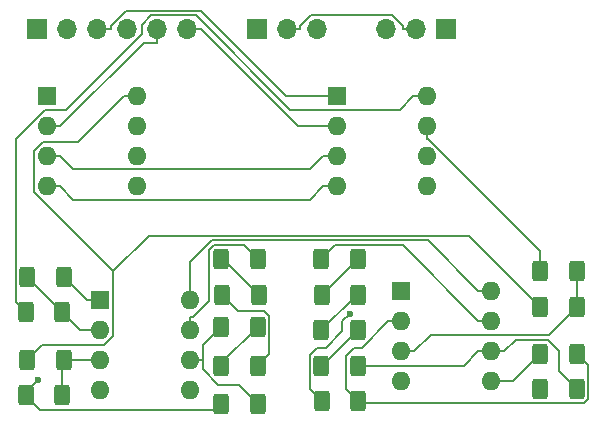
<source format=gbr>
%TF.GenerationSoftware,KiCad,Pcbnew,8.0.6*%
%TF.CreationDate,2024-11-22T18:40:36+01:00*%
%TF.ProjectId,+-10v dac,2b2d3130-7620-4646-9163-2e6b69636164,rev?*%
%TF.SameCoordinates,Original*%
%TF.FileFunction,Copper,L1,Top*%
%TF.FilePolarity,Positive*%
%FSLAX46Y46*%
G04 Gerber Fmt 4.6, Leading zero omitted, Abs format (unit mm)*
G04 Created by KiCad (PCBNEW 8.0.6) date 2024-11-22 18:40:36*
%MOMM*%
%LPD*%
G01*
G04 APERTURE LIST*
G04 Aperture macros list*
%AMRoundRect*
0 Rectangle with rounded corners*
0 $1 Rounding radius*
0 $2 $3 $4 $5 $6 $7 $8 $9 X,Y pos of 4 corners*
0 Add a 4 corners polygon primitive as box body*
4,1,4,$2,$3,$4,$5,$6,$7,$8,$9,$2,$3,0*
0 Add four circle primitives for the rounded corners*
1,1,$1+$1,$2,$3*
1,1,$1+$1,$4,$5*
1,1,$1+$1,$6,$7*
1,1,$1+$1,$8,$9*
0 Add four rect primitives between the rounded corners*
20,1,$1+$1,$2,$3,$4,$5,0*
20,1,$1+$1,$4,$5,$6,$7,0*
20,1,$1+$1,$6,$7,$8,$9,0*
20,1,$1+$1,$8,$9,$2,$3,0*%
G04 Aperture macros list end*
%TA.AperFunction,ComponentPad*%
%ADD10R,1.600000X1.600000*%
%TD*%
%TA.AperFunction,ComponentPad*%
%ADD11O,1.600000X1.600000*%
%TD*%
%TA.AperFunction,SMDPad,CuDef*%
%ADD12RoundRect,0.250000X-0.400000X-0.625000X0.400000X-0.625000X0.400000X0.625000X-0.400000X0.625000X0*%
%TD*%
%TA.AperFunction,ComponentPad*%
%ADD13R,1.700000X1.700000*%
%TD*%
%TA.AperFunction,ComponentPad*%
%ADD14O,1.700000X1.700000*%
%TD*%
%TA.AperFunction,ViaPad*%
%ADD15C,0.600000*%
%TD*%
%TA.AperFunction,Conductor*%
%ADD16C,0.200000*%
%TD*%
G04 APERTURE END LIST*
D10*
%TO.P,U4,1*%
%TO.N,Net-(U4B-+)*%
X136700000Y-94200000D03*
D11*
%TO.P,U4,2,-*%
%TO.N,Net-(U4A--)*%
X136700000Y-96740000D03*
%TO.P,U4,3,+*%
%TO.N,Net-(U4A-+)*%
X136700000Y-99280000D03*
%TO.P,U4,4,V-*%
%TO.N,-15v*%
X136700000Y-101820000D03*
%TO.P,U4,5,+*%
%TO.N,Net-(U4B-+)*%
X144320000Y-101820000D03*
%TO.P,U4,6,-*%
%TO.N,Net-(U4B--)*%
X144320000Y-99280000D03*
%TO.P,U4,7*%
%TO.N,output2*%
X144320000Y-96740000D03*
%TO.P,U4,8,V+*%
%TO.N,+15v*%
X144320000Y-94200000D03*
%TD*%
D10*
%TO.P,U3,1,Vdd*%
%TO.N,5v*%
X131200000Y-77700000D03*
D11*
%TO.P,U3,2,~{CS}*%
%TO.N,CS2*%
X131200000Y-80240000D03*
%TO.P,U3,3,SCK*%
%TO.N,SCK*%
X131200000Y-82780000D03*
%TO.P,U3,4,SDI*%
%TO.N,SDI*%
X131200000Y-85320000D03*
%TO.P,U3,5,~{LDAC}*%
%TO.N,unconnected-(U3-~{LDAC}-Pad5)*%
X138820000Y-85320000D03*
%TO.P,U3,6,VB*%
%TO.N,DACOUT2*%
X138820000Y-82780000D03*
%TO.P,U3,7,Vss*%
%TO.N,GND*%
X138820000Y-80240000D03*
%TO.P,U3,8,VA*%
%TO.N,DACOUT1*%
X138820000Y-77700000D03*
%TD*%
D10*
%TO.P,U2,1*%
%TO.N,Net-(U2B-+)*%
X111200000Y-94960000D03*
D11*
%TO.P,U2,2,-*%
%TO.N,Net-(U2A--)*%
X111200000Y-97500000D03*
%TO.P,U2,3,+*%
%TO.N,Net-(U2A-+)*%
X111200000Y-100040000D03*
%TO.P,U2,4,V-*%
%TO.N,-15v*%
X111200000Y-102580000D03*
%TO.P,U2,5,+*%
%TO.N,Net-(U2B-+)*%
X118820000Y-102580000D03*
%TO.P,U2,6,-*%
%TO.N,Net-(U2B--)*%
X118820000Y-100040000D03*
%TO.P,U2,7*%
%TO.N,output1*%
X118820000Y-97500000D03*
%TO.P,U2,8,V+*%
%TO.N,+15v*%
X118820000Y-94960000D03*
%TD*%
D10*
%TO.P,U1,1,Vdd*%
%TO.N,5v*%
X106700000Y-77700000D03*
D11*
%TO.P,U1,2,~{CS}*%
%TO.N,CS1*%
X106700000Y-80240000D03*
%TO.P,U1,3,SCK*%
%TO.N,SCK*%
X106700000Y-82780000D03*
%TO.P,U1,4,SDI*%
%TO.N,SDI*%
X106700000Y-85320000D03*
%TO.P,U1,5,~{LDAC}*%
%TO.N,unconnected-(U1-~{LDAC}-Pad5)*%
X114320000Y-85320000D03*
%TO.P,U1,6,VB*%
%TO.N,unconnected-(U1-VB-Pad6)*%
X114320000Y-82780000D03*
%TO.P,U1,7,Vss*%
%TO.N,GND*%
X114320000Y-80240000D03*
%TO.P,U1,8,VA*%
%TO.N,Vref1*%
X114320000Y-77700000D03*
%TD*%
D12*
%TO.P,R18,1*%
%TO.N,Net-(R17-Pad2)*%
X129900000Y-100500000D03*
%TO.P,R18,2*%
%TO.N,Net-(U4B--)*%
X133000000Y-100500000D03*
%TD*%
%TO.P,R17,1*%
%TO.N,Net-(R16-Pad2)*%
X129900000Y-97500000D03*
%TO.P,R17,2*%
%TO.N,Net-(R17-Pad2)*%
X133000000Y-97500000D03*
%TD*%
%TO.P,R16,1*%
%TO.N,Net-(R15-Pad2)*%
X129950000Y-94500000D03*
%TO.P,R16,2*%
%TO.N,Net-(R16-Pad2)*%
X133050000Y-94500000D03*
%TD*%
%TO.P,R15,1*%
%TO.N,output2*%
X129900000Y-91500000D03*
%TO.P,R15,2*%
%TO.N,Net-(R15-Pad2)*%
X133000000Y-91500000D03*
%TD*%
%TO.P,R14,1*%
%TO.N,unconnected-(R14-Pad1)*%
X148450000Y-102500000D03*
%TO.P,R14,2*%
%TO.N,Net-(U4B--)*%
X151550000Y-102500000D03*
%TD*%
%TO.P,R13,1*%
%TO.N,Net-(U4B-+)*%
X148450000Y-99500000D03*
%TO.P,R13,2*%
%TO.N,Net-(U4A--)*%
X151550000Y-99500000D03*
%TD*%
%TO.P,R12,1*%
%TO.N,DACOUT2*%
X129950000Y-103500000D03*
%TO.P,R12,2*%
%TO.N,Net-(U4A--)*%
X133050000Y-103500000D03*
%TD*%
%TO.P,R11,1*%
%TO.N,Vref1*%
X148450000Y-95500000D03*
%TO.P,R11,2*%
%TO.N,Net-(U4A-+)*%
X151550000Y-95500000D03*
%TD*%
%TO.P,R10,1*%
%TO.N,GND*%
X148450000Y-92500000D03*
%TO.P,R10,2*%
%TO.N,Net-(U4A-+)*%
X151550000Y-92500000D03*
%TD*%
%TO.P,R9,1*%
%TO.N,Net-(R8-Pad2)*%
X121450000Y-91500000D03*
%TO.P,R9,2*%
%TO.N,output1*%
X124550000Y-91500000D03*
%TD*%
%TO.P,R8,1*%
%TO.N,Net-(R7-Pad2)*%
X121500000Y-94500000D03*
%TO.P,R8,2*%
%TO.N,Net-(R8-Pad2)*%
X124600000Y-94500000D03*
%TD*%
%TO.P,R7,1*%
%TO.N,Net-(R6-Pad2)*%
X121450000Y-100500000D03*
%TO.P,R7,2*%
%TO.N,Net-(R7-Pad2)*%
X124550000Y-100500000D03*
%TD*%
%TO.P,R6,1*%
%TO.N,Net-(U2B--)*%
X121450000Y-97210000D03*
%TO.P,R6,2*%
%TO.N,Net-(R6-Pad2)*%
X124550000Y-97210000D03*
%TD*%
%TO.P,R5,1*%
%TO.N,GND*%
X121450000Y-103710000D03*
%TO.P,R5,2*%
%TO.N,Net-(U2B--)*%
X124550000Y-103710000D03*
%TD*%
%TO.P,R4,1*%
%TO.N,Net-(U2A--)*%
X105000000Y-93000000D03*
%TO.P,R4,2*%
%TO.N,Net-(U2B-+)*%
X108100000Y-93000000D03*
%TD*%
%TO.P,R3,1*%
%TO.N,GND*%
X104900000Y-103000000D03*
%TO.P,R3,2*%
%TO.N,Net-(U2A-+)*%
X108000000Y-103000000D03*
%TD*%
%TO.P,R2,1*%
%TO.N,DACOUT1*%
X104900000Y-96000000D03*
%TO.P,R2,2*%
%TO.N,Net-(U2A--)*%
X108000000Y-96000000D03*
%TD*%
%TO.P,R1,1*%
%TO.N,Vref1*%
X105000000Y-100000000D03*
%TO.P,R1,2*%
%TO.N,Net-(U2A-+)*%
X108100000Y-100000000D03*
%TD*%
D13*
%TO.P,J3,1,Pin_1*%
%TO.N,output1*%
X140500000Y-72000000D03*
D14*
%TO.P,J3,2,Pin_2*%
%TO.N,GND*%
X137960000Y-72000000D03*
%TO.P,J3,3,Pin_3*%
%TO.N,output2*%
X135420000Y-72000000D03*
%TD*%
D13*
%TO.P,J2,1,Pin_1*%
%TO.N,SCK*%
X105840000Y-72000000D03*
D14*
%TO.P,J2,2,Pin_2*%
%TO.N,SDI*%
X108380000Y-72000000D03*
%TO.P,J2,3,Pin_3*%
%TO.N,5v*%
X110920000Y-72000000D03*
%TO.P,J2,4,Pin_4*%
%TO.N,GND*%
X113460000Y-72000000D03*
%TO.P,J2,5,Pin_5*%
%TO.N,CS1*%
X116000000Y-72000000D03*
%TO.P,J2,6,Pin_6*%
%TO.N,CS2*%
X118540000Y-72000000D03*
%TD*%
D13*
%TO.P,J1,1,Pin_1*%
%TO.N,+15v*%
X124460000Y-72000000D03*
D14*
%TO.P,J1,2,Pin_2*%
%TO.N,GND*%
X127000000Y-72000000D03*
%TO.P,J1,3,Pin_3*%
%TO.N,-15v*%
X129540000Y-72000000D03*
%TD*%
D15*
%TO.N,DACOUT2*%
X132329800Y-96090800D03*
%TO.N,GND*%
X105896800Y-101754900D03*
%TD*%
D16*
%TO.N,Net-(R17-Pad2)*%
X130000000Y-100500000D02*
X129900000Y-100500000D01*
X133000000Y-97500000D02*
X130000000Y-100500000D01*
%TO.N,Net-(R16-Pad2)*%
X132900000Y-94500000D02*
X133050000Y-94500000D01*
X129900000Y-97500000D02*
X132900000Y-94500000D01*
%TO.N,Net-(R15-Pad2)*%
X130000000Y-94500000D02*
X129950000Y-94500000D01*
X133000000Y-91500000D02*
X130000000Y-94500000D01*
%TO.N,Net-(U4B--)*%
X146405400Y-98296300D02*
X145421700Y-99280000D01*
X149075800Y-98296300D02*
X146405400Y-98296300D01*
X150000000Y-99220500D02*
X149075800Y-98296300D01*
X150000000Y-100950000D02*
X150000000Y-99220500D01*
X151550000Y-102500000D02*
X150000000Y-100950000D01*
X144320000Y-99280000D02*
X145421700Y-99280000D01*
X141998300Y-100500000D02*
X143218300Y-99280000D01*
X133000000Y-100500000D02*
X141998300Y-100500000D01*
X144320000Y-99280000D02*
X143218300Y-99280000D01*
%TO.N,Net-(U4B-+)*%
X146130000Y-101820000D02*
X144320000Y-101820000D01*
X148450000Y-99500000D02*
X146130000Y-101820000D01*
%TO.N,Net-(U4A--)*%
X132003900Y-102453900D02*
X133050000Y-103500000D01*
X132003900Y-99689600D02*
X132003900Y-102453900D01*
X132693500Y-99000000D02*
X132003900Y-99689600D01*
X133338300Y-99000000D02*
X132693500Y-99000000D01*
X135598300Y-96740000D02*
X133338300Y-99000000D01*
X136700000Y-96740000D02*
X135598300Y-96740000D01*
X133231500Y-103681500D02*
X133050000Y-103500000D01*
X152177500Y-103681500D02*
X133231500Y-103681500D01*
X152530700Y-103328300D02*
X152177500Y-103681500D01*
X152530700Y-100480700D02*
X152530700Y-103328300D01*
X151550000Y-99500000D02*
X152530700Y-100480700D01*
%TO.N,DACOUT2*%
X131703900Y-96716700D02*
X132329800Y-96090800D01*
X131703900Y-97577300D02*
X131703900Y-96716700D01*
X130281200Y-99000000D02*
X131703900Y-97577300D01*
X129548400Y-99000000D02*
X130281200Y-99000000D01*
X128920000Y-99628400D02*
X129548400Y-99000000D01*
X128920000Y-102470000D02*
X128920000Y-99628400D01*
X129950000Y-103500000D02*
X128920000Y-102470000D01*
%TO.N,output2*%
X131085700Y-90314300D02*
X129900000Y-91500000D01*
X136792600Y-90314300D02*
X131085700Y-90314300D01*
X143218300Y-96740000D02*
X136792600Y-90314300D01*
X144320000Y-96740000D02*
X143218300Y-96740000D01*
%TO.N,output1*%
X118820000Y-97500000D02*
X118820000Y-96398300D01*
X123359100Y-90309100D02*
X124550000Y-91500000D01*
X120822900Y-90309100D02*
X123359100Y-90309100D01*
X120404700Y-90727300D02*
X120822900Y-90309100D01*
X120404700Y-95041900D02*
X120404700Y-90727300D01*
X119048300Y-96398300D02*
X120404700Y-95041900D01*
X118820000Y-96398300D02*
X119048300Y-96398300D01*
%TO.N,SCK*%
X106700000Y-82780000D02*
X107801700Y-82780000D01*
X131200000Y-82780000D02*
X130098300Y-82780000D01*
X108912900Y-83891200D02*
X107801700Y-82780000D01*
X128987100Y-83891200D02*
X108912900Y-83891200D01*
X130098300Y-82780000D02*
X128987100Y-83891200D01*
%TO.N,CS1*%
X106700000Y-80240000D02*
X107801700Y-80240000D01*
X116000000Y-72000000D02*
X116000000Y-73151700D01*
X114890000Y-73151700D02*
X116000000Y-73151700D01*
X107801700Y-80240000D02*
X114890000Y-73151700D01*
%TO.N,5v*%
X110920000Y-72000000D02*
X112071700Y-72000000D01*
X112071700Y-71712100D02*
X112071700Y-72000000D01*
X113342400Y-70441400D02*
X112071700Y-71712100D01*
X119690100Y-70441400D02*
X113342400Y-70441400D01*
X126948700Y-77700000D02*
X119690100Y-70441400D01*
X131200000Y-77700000D02*
X126948700Y-77700000D01*
%TO.N,SDI*%
X106700000Y-85320000D02*
X107801700Y-85320000D01*
X131200000Y-85320000D02*
X130098300Y-85320000D01*
X108916900Y-86435200D02*
X107801700Y-85320000D01*
X128983100Y-86435200D02*
X108916900Y-86435200D01*
X130098300Y-85320000D02*
X128983100Y-86435200D01*
%TO.N,CS2*%
X127931700Y-80240000D02*
X131200000Y-80240000D01*
X119691700Y-72000000D02*
X127931700Y-80240000D01*
X118540000Y-72000000D02*
X119691700Y-72000000D01*
%TO.N,Net-(U4A-+)*%
X139213300Y-97868400D02*
X137801700Y-99280000D01*
X149181600Y-97868400D02*
X139213300Y-97868400D01*
X151550000Y-95500000D02*
X149181600Y-97868400D01*
X136700000Y-99280000D02*
X137801700Y-99280000D01*
X151550000Y-92500000D02*
X151550000Y-95500000D01*
%TO.N,+15v*%
X138922900Y-89904600D02*
X143218300Y-94200000D01*
X120646800Y-89904600D02*
X138922900Y-89904600D01*
X118820000Y-91731400D02*
X120646800Y-89904600D01*
X118820000Y-94960000D02*
X118820000Y-91731400D01*
X144320000Y-94200000D02*
X143218300Y-94200000D01*
%TO.N,Net-(R8-Pad2)*%
X121600000Y-91500000D02*
X121450000Y-91500000D01*
X124600000Y-94500000D02*
X121600000Y-91500000D01*
%TO.N,Net-(R7-Pad2)*%
X122846200Y-95846200D02*
X121500000Y-94500000D01*
X125049300Y-95846200D02*
X122846200Y-95846200D01*
X125521700Y-96318600D02*
X125049300Y-95846200D01*
X125521700Y-99528300D02*
X125521700Y-96318600D01*
X124550000Y-100500000D02*
X125521700Y-99528300D01*
%TO.N,Net-(R6-Pad2)*%
X121450000Y-100310000D02*
X121450000Y-100500000D01*
X124550000Y-97210000D02*
X121450000Y-100310000D01*
%TO.N,Net-(U2B--)*%
X119921700Y-100819200D02*
X119921700Y-100040000D01*
X121207500Y-102105000D02*
X119921700Y-100819200D01*
X122945000Y-102105000D02*
X121207500Y-102105000D01*
X124550000Y-103710000D02*
X122945000Y-102105000D01*
X118820000Y-100040000D02*
X119921700Y-100040000D01*
X119921700Y-98738300D02*
X119921700Y-100040000D01*
X121450000Y-97210000D02*
X119921700Y-98738300D01*
%TO.N,Net-(U2B-+)*%
X108138300Y-93000000D02*
X110098300Y-94960000D01*
X108100000Y-93000000D02*
X108138300Y-93000000D01*
X111200000Y-94960000D02*
X110098300Y-94960000D01*
%TO.N,Net-(U2A--)*%
X108000000Y-96000000D02*
X105000000Y-93000000D01*
X109500000Y-97500000D02*
X108000000Y-96000000D01*
X111200000Y-97500000D02*
X109500000Y-97500000D01*
%TO.N,DACOUT1*%
X136589900Y-78828400D02*
X137718300Y-77700000D01*
X127273600Y-78828400D02*
X136589900Y-78828400D01*
X119288300Y-70843100D02*
X127273600Y-78828400D01*
X115513600Y-70843100D02*
X119288300Y-70843100D01*
X114730000Y-71626700D02*
X115513600Y-70843100D01*
X114730000Y-72394100D02*
X114730000Y-71626700D01*
X108295700Y-78828400D02*
X114730000Y-72394100D01*
X106518700Y-78828400D02*
X108295700Y-78828400D01*
X104027600Y-81319500D02*
X106518700Y-78828400D01*
X104027600Y-95127600D02*
X104027600Y-81319500D01*
X104900000Y-96000000D02*
X104027600Y-95127600D01*
X138820000Y-77700000D02*
X137718300Y-77700000D01*
%TO.N,Vref1*%
X114320000Y-77700000D02*
X113218300Y-77700000D01*
X105564900Y-85774300D02*
X112301700Y-92511100D01*
X105564900Y-82333900D02*
X105564900Y-85774300D01*
X106333000Y-81565800D02*
X105564900Y-82333900D01*
X109352500Y-81565800D02*
X106333000Y-81565800D01*
X113218300Y-77700000D02*
X109352500Y-81565800D01*
X106230000Y-98770000D02*
X105000000Y-100000000D01*
X111490100Y-98770000D02*
X106230000Y-98770000D01*
X112301700Y-97958400D02*
X111490100Y-98770000D01*
X112301700Y-92511100D02*
X112301700Y-97958400D01*
X115322700Y-89490100D02*
X112301700Y-92511100D01*
X142440100Y-89490100D02*
X115322700Y-89490100D01*
X148450000Y-95500000D02*
X142440100Y-89490100D01*
%TO.N,Net-(U2A-+)*%
X111200000Y-100040000D02*
X110098300Y-100040000D01*
X108100000Y-100040000D02*
X110098300Y-100040000D01*
X108100000Y-100000000D02*
X108100000Y-100040000D01*
X108000000Y-100140000D02*
X108000000Y-103000000D01*
X108100000Y-100040000D02*
X108000000Y-100140000D01*
%TO.N,GND*%
X128151700Y-71731500D02*
X128151700Y-72000000D01*
X129055800Y-70827400D02*
X128151700Y-71731500D01*
X135923600Y-70827400D02*
X129055800Y-70827400D01*
X136808300Y-71712100D02*
X135923600Y-70827400D01*
X136808300Y-72000000D02*
X136808300Y-71712100D01*
X137960000Y-72000000D02*
X136808300Y-72000000D01*
X127000000Y-72000000D02*
X128151700Y-72000000D01*
X148450000Y-90834000D02*
X148450000Y-92500000D01*
X138957700Y-81341700D02*
X148450000Y-90834000D01*
X138820000Y-81341700D02*
X138957700Y-81341700D01*
X138820000Y-80240000D02*
X138820000Y-81341700D01*
X120937700Y-104222300D02*
X121450000Y-103710000D01*
X106122300Y-104222300D02*
X120937700Y-104222300D01*
X104900000Y-103000000D02*
X106122300Y-104222300D01*
X104900000Y-102751700D02*
X104900000Y-103000000D01*
X105896800Y-101754900D02*
X104900000Y-102751700D01*
%TD*%
M02*

</source>
